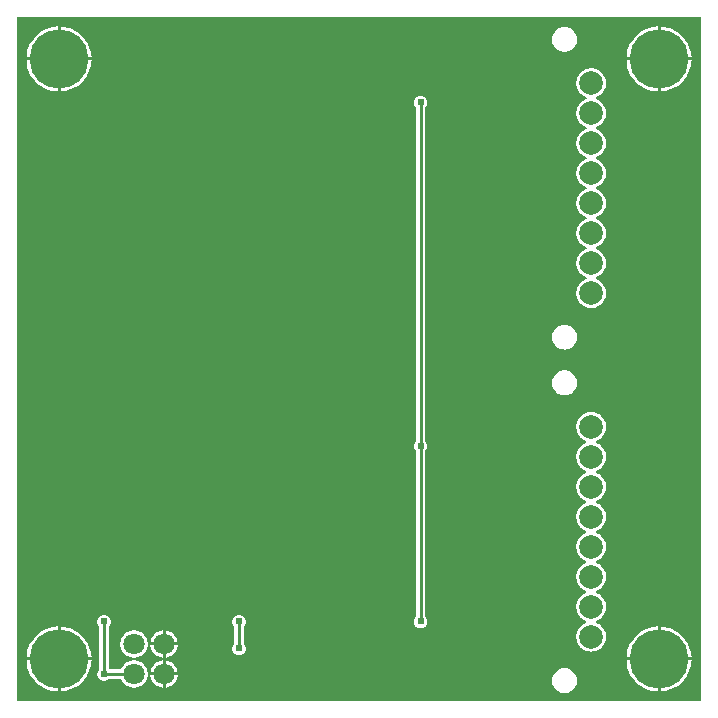
<source format=gbl>
G04 Layer: BottomLayer*
G04 Panelize: , Column: 2, Row: 2, Board Size: 58.42mm x 58.42mm, Panelized Board Size: 118.84mm x 118.84mm*
G04 EasyEDA v6.5.34, 2023-09-06 22:34:46*
G04 a2432957869647e6a6caa226728471f4,5a6b42c53f6a479593ecc07194224c93,10*
G04 Gerber Generator version 0.2*
G04 Scale: 100 percent, Rotated: No, Reflected: No *
G04 Dimensions in millimeters *
G04 leading zeros omitted , absolute positions ,4 integer and 5 decimal *
%FSLAX45Y45*%
%MOMM*%

%ADD10C,0.2540*%
%ADD11C,5.0000*%
%ADD12C,2.0000*%
%ADD13C,1.8000*%
%ADD14C,0.6096*%
%ADD15C,0.0122*%

%LPD*%
G36*
X36068Y25908D02*
G01*
X32156Y26670D01*
X28905Y28905D01*
X26670Y32156D01*
X25908Y36068D01*
X25908Y5805932D01*
X26670Y5809792D01*
X28905Y5813094D01*
X32156Y5815330D01*
X36068Y5816092D01*
X5805932Y5815584D01*
X5809843Y5814822D01*
X5813094Y5812637D01*
X5815330Y5809335D01*
X5816092Y5805424D01*
X5816092Y36068D01*
X5815330Y32156D01*
X5813094Y28905D01*
X5809843Y26670D01*
X5805932Y25908D01*
G37*

%LPC*%
G36*
X4660900Y5521604D02*
G01*
X4674717Y5522518D01*
X4688281Y5525211D01*
X4701438Y5529681D01*
X4713833Y5535777D01*
X4725365Y5543499D01*
X4735779Y5552643D01*
X4744923Y5563057D01*
X4752594Y5574538D01*
X4758740Y5586984D01*
X4763160Y5600090D01*
X4765903Y5613654D01*
X4766767Y5627471D01*
X4765903Y5641340D01*
X4763160Y5654903D01*
X4758740Y5668010D01*
X4752594Y5680456D01*
X4744923Y5691936D01*
X4735779Y5702350D01*
X4725365Y5711494D01*
X4713833Y5719216D01*
X4701438Y5725312D01*
X4688281Y5729782D01*
X4674717Y5732475D01*
X4660900Y5733389D01*
X4647082Y5732475D01*
X4633518Y5729782D01*
X4620361Y5725312D01*
X4607966Y5719216D01*
X4596434Y5711494D01*
X4586020Y5702350D01*
X4576876Y5691936D01*
X4569206Y5680456D01*
X4563059Y5668010D01*
X4558639Y5654903D01*
X4555896Y5641340D01*
X4555032Y5627471D01*
X4555896Y5613654D01*
X4558639Y5600090D01*
X4563059Y5586984D01*
X4569206Y5574538D01*
X4576876Y5563057D01*
X4586020Y5552643D01*
X4596434Y5543499D01*
X4607966Y5535777D01*
X4620361Y5529681D01*
X4633518Y5525211D01*
X4647082Y5522518D01*
G37*
G36*
X368300Y105562D02*
G01*
X368300Y368300D01*
X105664Y368300D01*
X106070Y357936D01*
X108966Y334975D01*
X113792Y312369D01*
X120446Y290271D01*
X128981Y268782D01*
X139242Y248107D01*
X151180Y228295D01*
X164795Y209600D01*
X179882Y192125D01*
X196392Y175971D01*
X214172Y161239D01*
X233171Y148031D01*
X253187Y136499D01*
X274066Y126644D01*
X295757Y118618D01*
X318008Y112369D01*
X340715Y108051D01*
X363677Y105664D01*
G37*
G36*
X5448300Y105562D02*
G01*
X5448300Y368300D01*
X5185664Y368300D01*
X5186070Y357936D01*
X5188966Y334975D01*
X5193792Y312369D01*
X5200446Y290271D01*
X5208981Y268782D01*
X5219242Y248107D01*
X5231180Y228295D01*
X5244795Y209600D01*
X5259882Y192125D01*
X5276392Y175971D01*
X5294172Y161239D01*
X5313172Y148031D01*
X5333187Y136499D01*
X5354066Y126644D01*
X5375757Y118618D01*
X5398008Y112369D01*
X5420715Y108051D01*
X5443677Y105664D01*
G37*
G36*
X5473700Y105613D02*
G01*
X5489854Y106629D01*
X5512714Y109982D01*
X5535218Y115265D01*
X5557164Y122428D01*
X5578500Y131368D01*
X5598972Y142087D01*
X5618480Y154432D01*
X5636869Y168402D01*
X5654040Y183896D01*
X5669838Y200710D01*
X5684215Y218846D01*
X5697016Y238099D01*
X5708142Y258317D01*
X5717540Y279450D01*
X5725109Y301244D01*
X5730849Y323646D01*
X5734710Y346405D01*
X5736590Y368300D01*
X5473700Y368300D01*
G37*
G36*
X393700Y105613D02*
G01*
X409854Y106629D01*
X432714Y109982D01*
X455218Y115265D01*
X477164Y122428D01*
X498500Y131368D01*
X518972Y142087D01*
X538480Y154432D01*
X556869Y168402D01*
X574040Y183896D01*
X589838Y200710D01*
X604215Y218846D01*
X617016Y238099D01*
X628142Y258317D01*
X637540Y279450D01*
X645109Y301244D01*
X650849Y323646D01*
X654710Y346405D01*
X656590Y368300D01*
X393700Y368300D01*
G37*
G36*
X1008735Y138328D02*
G01*
X1023264Y138328D01*
X1037691Y140157D01*
X1051814Y143764D01*
X1065326Y149148D01*
X1078077Y156159D01*
X1089863Y164693D01*
X1100480Y174650D01*
X1109776Y185877D01*
X1117549Y198170D01*
X1123746Y211328D01*
X1128268Y225196D01*
X1130960Y239471D01*
X1131874Y254000D01*
X1130960Y268528D01*
X1128268Y282803D01*
X1123746Y296672D01*
X1117549Y309829D01*
X1109776Y322122D01*
X1100480Y333349D01*
X1089863Y343306D01*
X1078077Y351840D01*
X1065326Y358851D01*
X1051814Y364236D01*
X1037691Y367842D01*
X1023264Y369671D01*
X1008735Y369671D01*
X994308Y367842D01*
X980186Y364236D01*
X966673Y358851D01*
X953922Y351840D01*
X942136Y343306D01*
X931519Y333349D01*
X922223Y322122D01*
X914450Y309829D01*
X909066Y298450D01*
X906830Y295351D01*
X903630Y293319D01*
X899871Y292608D01*
X810768Y292608D01*
X806856Y293370D01*
X803605Y295605D01*
X801370Y298856D01*
X800608Y302768D01*
X800608Y653491D01*
X801370Y657402D01*
X803605Y660704D01*
X805180Y662279D01*
X810818Y670306D01*
X814933Y679246D01*
X817473Y688695D01*
X818337Y698500D01*
X817473Y708304D01*
X814933Y717753D01*
X810818Y726694D01*
X805180Y734720D01*
X798220Y741680D01*
X790194Y747318D01*
X781253Y751433D01*
X771804Y753973D01*
X762000Y754837D01*
X752195Y753973D01*
X742746Y751433D01*
X733806Y747318D01*
X725779Y741680D01*
X718820Y734720D01*
X713181Y726694D01*
X709066Y717753D01*
X706526Y708304D01*
X705662Y698500D01*
X706526Y688695D01*
X709066Y679246D01*
X713181Y670306D01*
X718820Y662279D01*
X720394Y660704D01*
X722630Y657402D01*
X723392Y653491D01*
X723392Y299008D01*
X722630Y295097D01*
X720394Y291795D01*
X718820Y290220D01*
X713181Y282194D01*
X709066Y273253D01*
X706526Y263804D01*
X705662Y254000D01*
X706526Y244195D01*
X709066Y234746D01*
X713181Y225806D01*
X718820Y217779D01*
X725779Y210820D01*
X733806Y205181D01*
X742746Y201066D01*
X752195Y198526D01*
X762000Y197662D01*
X771804Y198526D01*
X781253Y201066D01*
X790194Y205181D01*
X798220Y210820D01*
X799795Y212394D01*
X803097Y214629D01*
X807008Y215392D01*
X899871Y215392D01*
X903630Y214680D01*
X906830Y212648D01*
X909066Y209550D01*
X914450Y198170D01*
X922223Y185877D01*
X931519Y174650D01*
X942136Y164693D01*
X953922Y156159D01*
X966673Y149148D01*
X980186Y143764D01*
X994308Y140157D01*
G37*
G36*
X1257300Y139039D02*
G01*
X1257300Y241300D01*
X1154887Y241300D01*
X1155039Y239471D01*
X1157732Y225196D01*
X1162253Y211328D01*
X1168450Y198170D01*
X1176223Y185877D01*
X1185519Y174650D01*
X1196136Y164693D01*
X1207922Y156159D01*
X1220673Y149148D01*
X1234186Y143764D01*
X1248308Y140157D01*
G37*
G36*
X1282700Y139039D02*
G01*
X1291691Y140157D01*
X1305814Y143764D01*
X1319326Y149148D01*
X1332077Y156159D01*
X1343863Y164693D01*
X1354480Y174650D01*
X1363776Y185877D01*
X1371549Y198170D01*
X1377746Y211328D01*
X1382268Y225196D01*
X1384960Y239471D01*
X1385112Y241300D01*
X1282700Y241300D01*
G37*
G36*
X393700Y5473700D02*
G01*
X656590Y5473700D01*
X654710Y5495594D01*
X650849Y5518353D01*
X645109Y5540756D01*
X637540Y5562549D01*
X628142Y5583682D01*
X617016Y5603900D01*
X604215Y5623153D01*
X589838Y5641289D01*
X574040Y5658104D01*
X556869Y5673598D01*
X538480Y5687568D01*
X518972Y5699912D01*
X498500Y5710631D01*
X477164Y5719572D01*
X455218Y5726734D01*
X432714Y5732018D01*
X409854Y5735370D01*
X393700Y5736386D01*
G37*
G36*
X1154887Y266700D02*
G01*
X1257300Y266700D01*
X1257300Y368960D01*
X1248308Y367842D01*
X1234186Y364236D01*
X1220673Y358851D01*
X1207922Y351840D01*
X1196136Y343306D01*
X1185519Y333349D01*
X1176223Y322122D01*
X1168450Y309829D01*
X1162253Y296672D01*
X1157732Y282803D01*
X1155039Y268528D01*
G37*
G36*
X1282700Y266700D02*
G01*
X1385112Y266700D01*
X1384960Y268528D01*
X1382268Y282803D01*
X1377746Y296672D01*
X1371549Y309829D01*
X1363776Y322122D01*
X1354480Y333349D01*
X1343863Y343306D01*
X1332077Y351840D01*
X1319326Y358851D01*
X1305814Y364236D01*
X1291691Y367842D01*
X1282700Y368960D01*
G37*
G36*
X5473700Y5473700D02*
G01*
X5736590Y5473700D01*
X5734710Y5495594D01*
X5730849Y5518353D01*
X5725109Y5540756D01*
X5717540Y5562549D01*
X5708142Y5583682D01*
X5697016Y5603900D01*
X5684215Y5623153D01*
X5669838Y5641289D01*
X5654040Y5658104D01*
X5636869Y5673598D01*
X5618480Y5687568D01*
X5598972Y5699912D01*
X5578500Y5710631D01*
X5557164Y5719572D01*
X5535218Y5726734D01*
X5512714Y5732018D01*
X5489854Y5735370D01*
X5473700Y5736386D01*
G37*
G36*
X1008735Y392328D02*
G01*
X1023264Y392328D01*
X1037691Y394157D01*
X1051814Y397764D01*
X1065326Y403148D01*
X1078077Y410159D01*
X1089863Y418693D01*
X1100480Y428650D01*
X1109776Y439877D01*
X1117549Y452170D01*
X1123746Y465328D01*
X1128268Y479196D01*
X1130960Y493471D01*
X1131874Y508000D01*
X1130960Y522528D01*
X1128268Y536803D01*
X1123746Y550672D01*
X1117549Y563829D01*
X1109776Y576122D01*
X1100480Y587349D01*
X1089863Y597306D01*
X1078077Y605840D01*
X1065326Y612851D01*
X1051814Y618236D01*
X1037691Y621842D01*
X1023264Y623671D01*
X1008735Y623671D01*
X994308Y621842D01*
X980186Y618236D01*
X966673Y612851D01*
X953922Y605840D01*
X942136Y597306D01*
X931519Y587349D01*
X922223Y576122D01*
X914450Y563829D01*
X908253Y550672D01*
X903732Y536803D01*
X901039Y522528D01*
X900125Y508000D01*
X901039Y493471D01*
X903732Y479196D01*
X908253Y465328D01*
X914450Y452170D01*
X922223Y439877D01*
X931519Y428650D01*
X942136Y418693D01*
X953922Y410159D01*
X966673Y403148D01*
X980186Y397764D01*
X994308Y394157D01*
G37*
G36*
X1257300Y393039D02*
G01*
X1257300Y495300D01*
X1154887Y495300D01*
X1155039Y493471D01*
X1157732Y479196D01*
X1162253Y465328D01*
X1168450Y452170D01*
X1176223Y439877D01*
X1185519Y428650D01*
X1196136Y418693D01*
X1207922Y410159D01*
X1220673Y403148D01*
X1234186Y397764D01*
X1248308Y394157D01*
G37*
G36*
X1282700Y393039D02*
G01*
X1291691Y394157D01*
X1305814Y397764D01*
X1319326Y403148D01*
X1332077Y410159D01*
X1343863Y418693D01*
X1354480Y428650D01*
X1363776Y439877D01*
X1371549Y452170D01*
X1377746Y465328D01*
X1382268Y479196D01*
X1384960Y493471D01*
X1385112Y495300D01*
X1282700Y495300D01*
G37*
G36*
X105664Y393700D02*
G01*
X368300Y393700D01*
X368300Y656437D01*
X363677Y656336D01*
X340715Y653948D01*
X318008Y649630D01*
X295757Y643382D01*
X274066Y635355D01*
X253187Y625500D01*
X233171Y613968D01*
X214172Y600760D01*
X196392Y586028D01*
X179882Y569874D01*
X164795Y552348D01*
X151180Y533704D01*
X139242Y513892D01*
X128981Y493217D01*
X120446Y471728D01*
X113792Y449630D01*
X108966Y427024D01*
X106070Y404063D01*
G37*
G36*
X5185664Y393700D02*
G01*
X5448300Y393700D01*
X5448300Y656437D01*
X5443677Y656336D01*
X5420715Y653948D01*
X5398008Y649630D01*
X5375757Y643382D01*
X5354066Y635355D01*
X5333187Y625500D01*
X5313172Y613968D01*
X5294172Y600760D01*
X5276392Y586028D01*
X5259882Y569874D01*
X5244795Y552348D01*
X5231180Y533704D01*
X5219242Y513892D01*
X5208981Y493217D01*
X5200446Y471728D01*
X5193792Y449630D01*
X5188966Y427024D01*
X5186070Y404063D01*
G37*
G36*
X4660900Y92100D02*
G01*
X4674717Y93014D01*
X4688281Y95707D01*
X4701438Y100177D01*
X4713833Y106273D01*
X4725365Y113995D01*
X4735779Y123139D01*
X4744923Y133553D01*
X4752594Y145034D01*
X4758740Y157480D01*
X4763160Y170586D01*
X4765903Y184150D01*
X4766767Y197967D01*
X4765903Y211836D01*
X4763160Y225399D01*
X4758740Y238506D01*
X4752594Y250952D01*
X4744923Y262432D01*
X4735779Y272846D01*
X4725365Y281990D01*
X4713833Y289712D01*
X4701438Y295808D01*
X4688281Y300278D01*
X4674717Y302971D01*
X4660900Y303885D01*
X4647082Y302971D01*
X4633518Y300278D01*
X4620361Y295808D01*
X4607966Y289712D01*
X4596434Y281990D01*
X4586020Y272846D01*
X4576876Y262432D01*
X4569206Y250952D01*
X4563059Y238506D01*
X4558639Y225399D01*
X4555896Y211836D01*
X4555032Y197967D01*
X4555896Y184150D01*
X4558639Y170586D01*
X4563059Y157480D01*
X4569206Y145034D01*
X4576876Y133553D01*
X4586020Y123139D01*
X4596434Y113995D01*
X4607966Y106273D01*
X4620361Y100177D01*
X4633518Y95707D01*
X4647082Y93014D01*
G37*
G36*
X393700Y393700D02*
G01*
X656590Y393700D01*
X654710Y415594D01*
X650849Y438353D01*
X645109Y460756D01*
X637540Y482549D01*
X628142Y503682D01*
X617016Y523900D01*
X604215Y543153D01*
X589838Y561289D01*
X574040Y578104D01*
X556869Y593598D01*
X538480Y607568D01*
X518972Y619912D01*
X498500Y630631D01*
X477164Y639572D01*
X455218Y646734D01*
X432714Y652018D01*
X409854Y655370D01*
X393700Y656386D01*
G37*
G36*
X1905000Y413562D02*
G01*
X1914804Y414426D01*
X1924253Y416966D01*
X1933193Y421081D01*
X1941220Y426720D01*
X1948180Y433679D01*
X1953818Y441706D01*
X1957933Y450646D01*
X1960473Y460095D01*
X1961337Y469900D01*
X1960473Y479704D01*
X1957933Y489153D01*
X1953818Y498093D01*
X1948180Y506120D01*
X1946605Y507695D01*
X1944370Y510997D01*
X1943607Y514908D01*
X1943607Y653491D01*
X1944370Y657402D01*
X1946605Y660704D01*
X1948180Y662279D01*
X1953818Y670306D01*
X1957933Y679246D01*
X1960473Y688695D01*
X1961337Y698500D01*
X1960473Y708304D01*
X1957933Y717753D01*
X1953818Y726694D01*
X1948180Y734720D01*
X1941220Y741680D01*
X1933193Y747318D01*
X1924253Y751433D01*
X1914804Y753973D01*
X1905000Y754837D01*
X1895195Y753973D01*
X1885746Y751433D01*
X1876806Y747318D01*
X1868779Y741680D01*
X1861820Y734720D01*
X1856181Y726694D01*
X1852066Y717753D01*
X1849526Y708304D01*
X1848662Y698500D01*
X1849526Y688695D01*
X1852066Y679246D01*
X1856181Y670306D01*
X1861820Y662279D01*
X1863394Y660704D01*
X1865630Y657402D01*
X1866392Y653491D01*
X1866392Y514908D01*
X1865630Y510997D01*
X1863394Y507695D01*
X1861820Y506120D01*
X1856181Y498093D01*
X1852066Y489153D01*
X1849526Y479704D01*
X1848662Y469900D01*
X1849526Y460095D01*
X1852066Y450646D01*
X1856181Y441706D01*
X1861820Y433679D01*
X1868779Y426720D01*
X1876806Y421081D01*
X1885746Y416966D01*
X1895195Y414426D01*
G37*
G36*
X4885893Y443738D02*
G01*
X4901082Y444652D01*
X4916017Y447395D01*
X4930546Y451916D01*
X4944414Y458114D01*
X4957419Y465988D01*
X4969408Y475386D01*
X4980127Y486105D01*
X4989525Y498093D01*
X4997399Y511098D01*
X5003596Y524967D01*
X5008118Y539496D01*
X5010861Y554431D01*
X5011775Y569620D01*
X5010861Y584758D01*
X5008118Y599744D01*
X5003596Y614222D01*
X4997399Y628091D01*
X4989525Y641096D01*
X4980127Y653084D01*
X4969408Y663854D01*
X4957419Y673201D01*
X4944414Y681075D01*
X4930495Y687324D01*
X4927346Y689559D01*
X4925212Y692810D01*
X4924501Y696620D01*
X4925212Y700379D01*
X4927346Y703630D01*
X4930495Y705866D01*
X4944414Y712114D01*
X4957419Y719988D01*
X4969408Y729386D01*
X4980127Y740105D01*
X4989525Y752094D01*
X4997399Y765098D01*
X5003596Y778967D01*
X5008118Y793496D01*
X5010861Y808431D01*
X5011775Y823620D01*
X5010861Y838758D01*
X5008118Y853744D01*
X5003596Y868222D01*
X4997399Y882091D01*
X4989525Y895096D01*
X4980127Y907084D01*
X4969408Y917854D01*
X4957419Y927201D01*
X4944414Y935075D01*
X4930495Y941324D01*
X4927346Y943559D01*
X4925212Y946810D01*
X4924501Y950620D01*
X4925212Y954379D01*
X4927346Y957630D01*
X4930495Y959866D01*
X4944414Y966114D01*
X4957419Y973988D01*
X4969408Y983386D01*
X4980127Y994105D01*
X4989525Y1006094D01*
X4997399Y1019098D01*
X5003596Y1032967D01*
X5008118Y1047496D01*
X5010861Y1062431D01*
X5011775Y1077620D01*
X5010861Y1092758D01*
X5008118Y1107744D01*
X5003596Y1122222D01*
X4997399Y1136091D01*
X4989525Y1149096D01*
X4980127Y1161084D01*
X4969408Y1171854D01*
X4957419Y1181201D01*
X4944414Y1189075D01*
X4930495Y1195324D01*
X4927346Y1197559D01*
X4925212Y1200810D01*
X4924501Y1204620D01*
X4925212Y1208379D01*
X4927346Y1211630D01*
X4930495Y1213866D01*
X4944414Y1220114D01*
X4957419Y1227988D01*
X4969408Y1237386D01*
X4980127Y1248105D01*
X4989525Y1260094D01*
X4997399Y1273098D01*
X5003596Y1286967D01*
X5008118Y1301496D01*
X5010861Y1316431D01*
X5011775Y1331620D01*
X5010861Y1346758D01*
X5008118Y1361744D01*
X5003596Y1376222D01*
X4997399Y1390091D01*
X4989525Y1403096D01*
X4980127Y1415084D01*
X4969408Y1425854D01*
X4957419Y1435201D01*
X4944414Y1443075D01*
X4930495Y1449324D01*
X4927346Y1451559D01*
X4925212Y1454810D01*
X4924501Y1458620D01*
X4925212Y1462379D01*
X4927346Y1465630D01*
X4930495Y1467866D01*
X4944414Y1474114D01*
X4957419Y1481988D01*
X4969408Y1491386D01*
X4980127Y1502105D01*
X4989525Y1514094D01*
X4997399Y1527098D01*
X5003596Y1540967D01*
X5008118Y1555496D01*
X5010861Y1570431D01*
X5011775Y1585620D01*
X5010861Y1600758D01*
X5008118Y1615744D01*
X5003596Y1630222D01*
X4997399Y1644091D01*
X4989525Y1657096D01*
X4980127Y1669084D01*
X4969408Y1679854D01*
X4957419Y1689201D01*
X4944414Y1697075D01*
X4930495Y1703324D01*
X4927346Y1705559D01*
X4925212Y1708810D01*
X4924501Y1712620D01*
X4925212Y1716379D01*
X4927346Y1719630D01*
X4930495Y1721866D01*
X4944414Y1728114D01*
X4957419Y1735988D01*
X4969408Y1745386D01*
X4980127Y1756105D01*
X4989525Y1768093D01*
X4997399Y1781098D01*
X5003596Y1794967D01*
X5008118Y1809496D01*
X5010861Y1824431D01*
X5011775Y1839620D01*
X5010861Y1854758D01*
X5008118Y1869744D01*
X5003596Y1884222D01*
X4997399Y1898091D01*
X4989525Y1911096D01*
X4980127Y1923084D01*
X4969408Y1933854D01*
X4957419Y1943201D01*
X4944414Y1951075D01*
X4930495Y1957324D01*
X4927346Y1959559D01*
X4925212Y1962810D01*
X4924501Y1966620D01*
X4925212Y1970379D01*
X4927346Y1973630D01*
X4930495Y1975866D01*
X4944414Y1982114D01*
X4957419Y1989988D01*
X4969408Y1999386D01*
X4980127Y2010105D01*
X4989525Y2022093D01*
X4997399Y2035098D01*
X5003596Y2048967D01*
X5008118Y2063496D01*
X5010861Y2078431D01*
X5011775Y2093620D01*
X5010861Y2108758D01*
X5008118Y2123744D01*
X5003596Y2138222D01*
X4997399Y2152091D01*
X4989525Y2165096D01*
X4980127Y2177084D01*
X4969408Y2187854D01*
X4957419Y2197201D01*
X4944414Y2205075D01*
X4930495Y2211324D01*
X4927346Y2213559D01*
X4925212Y2216810D01*
X4924501Y2220620D01*
X4925212Y2224379D01*
X4927346Y2227630D01*
X4930495Y2229866D01*
X4944414Y2236114D01*
X4957419Y2243988D01*
X4969408Y2253386D01*
X4980127Y2264105D01*
X4989525Y2276094D01*
X4997399Y2289098D01*
X5003596Y2302967D01*
X5008118Y2317496D01*
X5010861Y2332431D01*
X5011775Y2347620D01*
X5010861Y2362758D01*
X5008118Y2377744D01*
X5003596Y2392222D01*
X4997399Y2406091D01*
X4989525Y2419096D01*
X4980127Y2431084D01*
X4969408Y2441854D01*
X4957419Y2451201D01*
X4944414Y2459075D01*
X4930546Y2465324D01*
X4916017Y2469845D01*
X4901082Y2472588D01*
X4885893Y2473502D01*
X4870754Y2472588D01*
X4855768Y2469845D01*
X4841290Y2465324D01*
X4827422Y2459075D01*
X4814417Y2451201D01*
X4802428Y2441854D01*
X4791659Y2431084D01*
X4782312Y2419096D01*
X4774438Y2406091D01*
X4768189Y2392222D01*
X4763668Y2377744D01*
X4760925Y2362758D01*
X4760010Y2347620D01*
X4760925Y2332431D01*
X4763668Y2317496D01*
X4768189Y2302967D01*
X4774438Y2289098D01*
X4782312Y2276094D01*
X4791659Y2264105D01*
X4802428Y2253386D01*
X4814417Y2243988D01*
X4827422Y2236114D01*
X4841341Y2229866D01*
X4844491Y2227630D01*
X4846574Y2224379D01*
X4847336Y2220620D01*
X4846574Y2216810D01*
X4844491Y2213559D01*
X4841341Y2211324D01*
X4827422Y2205075D01*
X4814417Y2197201D01*
X4802428Y2187854D01*
X4791659Y2177084D01*
X4782312Y2165096D01*
X4774438Y2152091D01*
X4768189Y2138222D01*
X4763668Y2123744D01*
X4760925Y2108758D01*
X4760010Y2093620D01*
X4760925Y2078431D01*
X4763668Y2063496D01*
X4768189Y2048967D01*
X4774438Y2035098D01*
X4782312Y2022093D01*
X4791659Y2010105D01*
X4802428Y1999386D01*
X4814417Y1989988D01*
X4827422Y1982114D01*
X4841341Y1975866D01*
X4844491Y1973630D01*
X4846574Y1970379D01*
X4847336Y1966620D01*
X4846574Y1962810D01*
X4844491Y1959559D01*
X4841341Y1957324D01*
X4827422Y1951075D01*
X4814417Y1943201D01*
X4802428Y1933854D01*
X4791659Y1923084D01*
X4782312Y1911096D01*
X4774438Y1898091D01*
X4768189Y1884222D01*
X4763668Y1869744D01*
X4760925Y1854758D01*
X4760010Y1839620D01*
X4760925Y1824431D01*
X4763668Y1809496D01*
X4768189Y1794967D01*
X4774438Y1781098D01*
X4782312Y1768093D01*
X4791659Y1756105D01*
X4802428Y1745386D01*
X4814417Y1735988D01*
X4827422Y1728114D01*
X4841341Y1721866D01*
X4844491Y1719630D01*
X4846574Y1716379D01*
X4847336Y1712620D01*
X4846574Y1708810D01*
X4844491Y1705559D01*
X4841341Y1703324D01*
X4827422Y1697075D01*
X4814417Y1689201D01*
X4802428Y1679854D01*
X4791659Y1669084D01*
X4782312Y1657096D01*
X4774438Y1644091D01*
X4768189Y1630222D01*
X4763668Y1615744D01*
X4760925Y1600758D01*
X4760010Y1585620D01*
X4760925Y1570431D01*
X4763668Y1555496D01*
X4768189Y1540967D01*
X4774438Y1527098D01*
X4782312Y1514094D01*
X4791659Y1502105D01*
X4802428Y1491386D01*
X4814417Y1481988D01*
X4827422Y1474114D01*
X4841341Y1467866D01*
X4844491Y1465630D01*
X4846574Y1462379D01*
X4847336Y1458620D01*
X4846574Y1454810D01*
X4844491Y1451559D01*
X4841341Y1449324D01*
X4827422Y1443075D01*
X4814417Y1435201D01*
X4802428Y1425854D01*
X4791659Y1415084D01*
X4782312Y1403096D01*
X4774438Y1390091D01*
X4768189Y1376222D01*
X4763668Y1361744D01*
X4760925Y1346758D01*
X4760010Y1331620D01*
X4760925Y1316431D01*
X4763668Y1301496D01*
X4768189Y1286967D01*
X4774438Y1273098D01*
X4782312Y1260094D01*
X4791659Y1248105D01*
X4802428Y1237386D01*
X4814417Y1227988D01*
X4827422Y1220114D01*
X4841341Y1213866D01*
X4844491Y1211630D01*
X4846574Y1208379D01*
X4847336Y1204620D01*
X4846574Y1200810D01*
X4844491Y1197559D01*
X4841341Y1195324D01*
X4827422Y1189075D01*
X4814417Y1181201D01*
X4802428Y1171854D01*
X4791659Y1161084D01*
X4782312Y1149096D01*
X4774438Y1136091D01*
X4768189Y1122222D01*
X4763668Y1107744D01*
X4760925Y1092758D01*
X4760010Y1077620D01*
X4760925Y1062431D01*
X4763668Y1047496D01*
X4768189Y1032967D01*
X4774438Y1019098D01*
X4782312Y1006094D01*
X4791659Y994105D01*
X4802428Y983386D01*
X4814417Y973988D01*
X4827422Y966114D01*
X4841341Y959866D01*
X4844491Y957630D01*
X4846574Y954379D01*
X4847336Y950620D01*
X4846574Y946810D01*
X4844491Y943559D01*
X4841341Y941324D01*
X4827422Y935075D01*
X4814417Y927201D01*
X4802428Y917854D01*
X4791659Y907084D01*
X4782312Y895096D01*
X4774438Y882091D01*
X4768189Y868222D01*
X4763668Y853744D01*
X4760925Y838758D01*
X4760010Y823620D01*
X4760925Y808431D01*
X4763668Y793496D01*
X4768189Y778967D01*
X4774438Y765098D01*
X4782312Y752094D01*
X4791659Y740105D01*
X4802428Y729386D01*
X4814417Y719988D01*
X4827422Y712114D01*
X4841341Y705866D01*
X4844491Y703630D01*
X4846574Y700379D01*
X4847336Y696620D01*
X4846574Y692810D01*
X4844491Y689559D01*
X4841341Y687324D01*
X4827422Y681075D01*
X4814417Y673201D01*
X4802428Y663854D01*
X4791659Y653084D01*
X4782312Y641096D01*
X4774438Y628091D01*
X4768189Y614222D01*
X4763668Y599744D01*
X4760925Y584758D01*
X4760010Y569620D01*
X4760925Y554431D01*
X4763668Y539496D01*
X4768189Y524967D01*
X4774438Y511098D01*
X4782312Y498093D01*
X4791659Y486105D01*
X4802428Y475386D01*
X4814417Y465988D01*
X4827422Y458114D01*
X4841290Y451916D01*
X4855768Y447395D01*
X4870754Y444652D01*
G37*
G36*
X1154887Y520700D02*
G01*
X1257300Y520700D01*
X1257300Y622960D01*
X1248308Y621842D01*
X1234186Y618236D01*
X1220673Y612851D01*
X1207922Y605840D01*
X1196136Y597306D01*
X1185519Y587349D01*
X1176223Y576122D01*
X1168450Y563829D01*
X1162253Y550672D01*
X1157732Y536803D01*
X1155039Y522528D01*
G37*
G36*
X1282700Y520700D02*
G01*
X1385112Y520700D01*
X1384960Y522528D01*
X1382268Y536803D01*
X1377746Y550672D01*
X1371549Y563829D01*
X1363776Y576122D01*
X1354480Y587349D01*
X1343863Y597306D01*
X1332077Y605840D01*
X1319326Y612851D01*
X1305814Y618236D01*
X1291691Y621842D01*
X1282700Y622960D01*
G37*
G36*
X3441700Y642162D02*
G01*
X3451504Y643026D01*
X3460953Y645566D01*
X3469894Y649681D01*
X3477920Y655320D01*
X3484879Y662279D01*
X3490518Y670306D01*
X3494633Y679246D01*
X3497173Y688695D01*
X3498037Y698500D01*
X3497173Y708304D01*
X3494633Y717753D01*
X3490518Y726694D01*
X3484879Y734720D01*
X3483305Y736295D01*
X3481070Y739597D01*
X3480308Y743508D01*
X3480308Y2139391D01*
X3481070Y2143302D01*
X3483305Y2146604D01*
X3484879Y2148179D01*
X3490518Y2156206D01*
X3494633Y2165146D01*
X3497173Y2174595D01*
X3498037Y2184400D01*
X3497173Y2194204D01*
X3494633Y2203653D01*
X3490518Y2212594D01*
X3484879Y2220620D01*
X3483305Y2222195D01*
X3481070Y2225497D01*
X3480308Y2229408D01*
X3480308Y5047691D01*
X3481070Y5051602D01*
X3483305Y5054904D01*
X3484879Y5056479D01*
X3490518Y5064506D01*
X3494633Y5073446D01*
X3497173Y5082895D01*
X3498037Y5092700D01*
X3497173Y5102504D01*
X3494633Y5111953D01*
X3490518Y5120894D01*
X3484879Y5128920D01*
X3477920Y5135880D01*
X3469894Y5141518D01*
X3460953Y5145633D01*
X3451504Y5148173D01*
X3441700Y5149037D01*
X3431895Y5148173D01*
X3422446Y5145633D01*
X3413506Y5141518D01*
X3405479Y5135880D01*
X3398520Y5128920D01*
X3392881Y5120894D01*
X3388766Y5111953D01*
X3386226Y5102504D01*
X3385362Y5092700D01*
X3386226Y5082895D01*
X3388766Y5073446D01*
X3392881Y5064506D01*
X3398520Y5056479D01*
X3400094Y5054904D01*
X3402329Y5051602D01*
X3403092Y5047691D01*
X3403092Y2229408D01*
X3402329Y2225497D01*
X3400094Y2222195D01*
X3398520Y2220620D01*
X3392881Y2212594D01*
X3388766Y2203653D01*
X3386226Y2194204D01*
X3385362Y2184400D01*
X3386226Y2174595D01*
X3388766Y2165146D01*
X3392881Y2156206D01*
X3398520Y2148179D01*
X3400094Y2146604D01*
X3402329Y2143302D01*
X3403092Y2139391D01*
X3403092Y743508D01*
X3402329Y739597D01*
X3400094Y736295D01*
X3398520Y734720D01*
X3392881Y726694D01*
X3388766Y717753D01*
X3386226Y708304D01*
X3385362Y698500D01*
X3386226Y688695D01*
X3388766Y679246D01*
X3392881Y670306D01*
X3398520Y662279D01*
X3405479Y655320D01*
X3413506Y649681D01*
X3422446Y645566D01*
X3431895Y643026D01*
G37*
G36*
X4660900Y2613304D02*
G01*
X4674717Y2614218D01*
X4688281Y2616911D01*
X4701438Y2621381D01*
X4713833Y2627477D01*
X4725365Y2635199D01*
X4735779Y2644343D01*
X4744923Y2654757D01*
X4752594Y2666238D01*
X4758740Y2678684D01*
X4763160Y2691790D01*
X4765903Y2705354D01*
X4766767Y2719171D01*
X4765903Y2733040D01*
X4763160Y2746603D01*
X4758740Y2759710D01*
X4752594Y2772156D01*
X4744923Y2783636D01*
X4735779Y2794050D01*
X4725365Y2803194D01*
X4713833Y2810916D01*
X4701438Y2817012D01*
X4688281Y2821482D01*
X4674717Y2824175D01*
X4660900Y2825089D01*
X4647082Y2824175D01*
X4633518Y2821482D01*
X4620361Y2817012D01*
X4607966Y2810916D01*
X4596434Y2803194D01*
X4586020Y2794050D01*
X4576876Y2783636D01*
X4569206Y2772156D01*
X4563059Y2759710D01*
X4558639Y2746603D01*
X4555896Y2733040D01*
X4555032Y2719171D01*
X4555896Y2705354D01*
X4558639Y2691790D01*
X4563059Y2678684D01*
X4569206Y2666238D01*
X4576876Y2654757D01*
X4586020Y2644343D01*
X4596434Y2635199D01*
X4607966Y2627477D01*
X4620361Y2621381D01*
X4633518Y2616911D01*
X4647082Y2614218D01*
G37*
G36*
X4660900Y3000400D02*
G01*
X4674717Y3001314D01*
X4688281Y3004007D01*
X4701438Y3008477D01*
X4713833Y3014573D01*
X4725365Y3022295D01*
X4735779Y3031439D01*
X4744923Y3041853D01*
X4752594Y3053334D01*
X4758740Y3065780D01*
X4763160Y3078886D01*
X4765903Y3092450D01*
X4766767Y3106267D01*
X4765903Y3120136D01*
X4763160Y3133699D01*
X4758740Y3146806D01*
X4752594Y3159252D01*
X4744923Y3170732D01*
X4735779Y3181146D01*
X4725365Y3190290D01*
X4713833Y3198012D01*
X4701438Y3204108D01*
X4688281Y3208578D01*
X4674717Y3211271D01*
X4660900Y3212185D01*
X4647082Y3211271D01*
X4633518Y3208578D01*
X4620361Y3204108D01*
X4607966Y3198012D01*
X4596434Y3190290D01*
X4586020Y3181146D01*
X4576876Y3170732D01*
X4569206Y3159252D01*
X4563059Y3146806D01*
X4558639Y3133699D01*
X4555896Y3120136D01*
X4555032Y3106267D01*
X4555896Y3092450D01*
X4558639Y3078886D01*
X4563059Y3065780D01*
X4569206Y3053334D01*
X4576876Y3041853D01*
X4586020Y3031439D01*
X4596434Y3022295D01*
X4607966Y3014573D01*
X4620361Y3008477D01*
X4633518Y3004007D01*
X4647082Y3001314D01*
G37*
G36*
X4885893Y3351987D02*
G01*
X4901082Y3352901D01*
X4916017Y3355644D01*
X4930546Y3360165D01*
X4944414Y3366414D01*
X4957419Y3374288D01*
X4969357Y3383686D01*
X4980127Y3394405D01*
X4989474Y3406394D01*
X4997348Y3419398D01*
X5003596Y3433267D01*
X5008118Y3447745D01*
X5010861Y3462731D01*
X5011775Y3477869D01*
X5010861Y3493058D01*
X5008118Y3508044D01*
X5003596Y3522522D01*
X4997348Y3536391D01*
X4989474Y3549396D01*
X4980127Y3561384D01*
X4969357Y3572103D01*
X4957419Y3581501D01*
X4944414Y3589375D01*
X4930495Y3595624D01*
X4927295Y3597859D01*
X4925212Y3601110D01*
X4924501Y3604869D01*
X4925212Y3608679D01*
X4927295Y3611930D01*
X4930495Y3614165D01*
X4944414Y3620414D01*
X4957419Y3628288D01*
X4969357Y3637686D01*
X4980127Y3648405D01*
X4989474Y3660394D01*
X4997348Y3673398D01*
X5003596Y3687267D01*
X5008118Y3701745D01*
X5010861Y3716731D01*
X5011775Y3731869D01*
X5010861Y3747058D01*
X5008118Y3762044D01*
X5003596Y3776522D01*
X4997348Y3790391D01*
X4989474Y3803396D01*
X4980127Y3815384D01*
X4969357Y3826103D01*
X4957419Y3835501D01*
X4944414Y3843375D01*
X4930495Y3849624D01*
X4927295Y3851859D01*
X4925212Y3855110D01*
X4924501Y3858869D01*
X4925212Y3862679D01*
X4927295Y3865930D01*
X4930495Y3868165D01*
X4944414Y3874414D01*
X4957419Y3882288D01*
X4969357Y3891686D01*
X4980127Y3902405D01*
X4989474Y3914394D01*
X4997348Y3927398D01*
X5003596Y3941267D01*
X5008118Y3955745D01*
X5010861Y3970731D01*
X5011775Y3985869D01*
X5010861Y4001058D01*
X5008118Y4016044D01*
X5003596Y4030522D01*
X4997348Y4044391D01*
X4989474Y4057396D01*
X4980127Y4069384D01*
X4969357Y4080103D01*
X4957419Y4089501D01*
X4944414Y4097375D01*
X4930495Y4103624D01*
X4927295Y4105859D01*
X4925212Y4109110D01*
X4924501Y4112869D01*
X4925212Y4116679D01*
X4927295Y4119930D01*
X4930495Y4122165D01*
X4944414Y4128414D01*
X4957419Y4136288D01*
X4969357Y4145686D01*
X4980127Y4156405D01*
X4989474Y4168394D01*
X4997348Y4181398D01*
X5003596Y4195267D01*
X5008118Y4209745D01*
X5010861Y4224731D01*
X5011775Y4239869D01*
X5010861Y4255058D01*
X5008118Y4270044D01*
X5003596Y4284522D01*
X4997348Y4298391D01*
X4989474Y4311396D01*
X4980127Y4323384D01*
X4969357Y4334103D01*
X4957419Y4343501D01*
X4944414Y4351375D01*
X4930495Y4357624D01*
X4927295Y4359859D01*
X4925212Y4363110D01*
X4924501Y4366869D01*
X4925212Y4370679D01*
X4927295Y4373930D01*
X4930495Y4376166D01*
X4944414Y4382414D01*
X4957419Y4390288D01*
X4969357Y4399686D01*
X4980127Y4410405D01*
X4989474Y4422394D01*
X4997348Y4435398D01*
X5003596Y4449267D01*
X5008118Y4463745D01*
X5010861Y4478731D01*
X5011775Y4493869D01*
X5010861Y4509058D01*
X5008118Y4524044D01*
X5003596Y4538522D01*
X4997348Y4552391D01*
X4989474Y4565396D01*
X4980127Y4577384D01*
X4969357Y4588103D01*
X4957419Y4597501D01*
X4944414Y4605375D01*
X4930495Y4611624D01*
X4927295Y4613859D01*
X4925212Y4617110D01*
X4924501Y4620869D01*
X4925212Y4624679D01*
X4927295Y4627930D01*
X4930495Y4630166D01*
X4944414Y4636414D01*
X4957419Y4644288D01*
X4969357Y4653686D01*
X4980127Y4664405D01*
X4989474Y4676394D01*
X4997348Y4689398D01*
X5003596Y4703267D01*
X5008118Y4717745D01*
X5010861Y4732731D01*
X5011775Y4747869D01*
X5010861Y4763058D01*
X5008118Y4778044D01*
X5003596Y4792522D01*
X4997348Y4806391D01*
X4989474Y4819396D01*
X4980127Y4831384D01*
X4969357Y4842103D01*
X4957419Y4851501D01*
X4944414Y4859375D01*
X4930495Y4865624D01*
X4927295Y4867859D01*
X4925212Y4871110D01*
X4924501Y4874869D01*
X4925212Y4878679D01*
X4927295Y4881930D01*
X4930495Y4884166D01*
X4944414Y4890414D01*
X4957419Y4898288D01*
X4969357Y4907686D01*
X4980127Y4918405D01*
X4989474Y4930394D01*
X4997348Y4943398D01*
X5003596Y4957267D01*
X5008118Y4971745D01*
X5010861Y4986731D01*
X5011775Y5001869D01*
X5010861Y5017058D01*
X5008118Y5032044D01*
X5003596Y5046522D01*
X4997348Y5060391D01*
X4989474Y5073396D01*
X4980127Y5085384D01*
X4969357Y5096103D01*
X4957419Y5105501D01*
X4944414Y5113375D01*
X4930495Y5119624D01*
X4927295Y5121859D01*
X4925212Y5125110D01*
X4924501Y5128869D01*
X4925212Y5132679D01*
X4927295Y5135930D01*
X4930495Y5138166D01*
X4944414Y5144414D01*
X4957419Y5152288D01*
X4969357Y5161686D01*
X4980127Y5172405D01*
X4989474Y5184394D01*
X4997348Y5197398D01*
X5003596Y5211267D01*
X5008118Y5225745D01*
X5010861Y5240731D01*
X5011775Y5255869D01*
X5010861Y5271058D01*
X5008118Y5286044D01*
X5003596Y5300522D01*
X4997348Y5314391D01*
X4989474Y5327396D01*
X4980127Y5339384D01*
X4969357Y5350103D01*
X4957419Y5359501D01*
X4944414Y5367375D01*
X4930546Y5373624D01*
X4916017Y5378145D01*
X4901082Y5380888D01*
X4885893Y5381802D01*
X4870704Y5380888D01*
X4855768Y5378145D01*
X4841240Y5373624D01*
X4827371Y5367375D01*
X4814366Y5359501D01*
X4802428Y5350103D01*
X4791659Y5339384D01*
X4782312Y5327396D01*
X4774438Y5314391D01*
X4768189Y5300522D01*
X4763668Y5286044D01*
X4760925Y5271058D01*
X4760010Y5255869D01*
X4760925Y5240731D01*
X4763668Y5225745D01*
X4768189Y5211267D01*
X4774438Y5197398D01*
X4782312Y5184394D01*
X4791659Y5172405D01*
X4802428Y5161686D01*
X4814366Y5152288D01*
X4827371Y5144414D01*
X4841290Y5138166D01*
X4844491Y5135930D01*
X4846574Y5132679D01*
X4847285Y5128869D01*
X4846574Y5125110D01*
X4844491Y5121859D01*
X4841290Y5119624D01*
X4827371Y5113375D01*
X4814366Y5105501D01*
X4802428Y5096103D01*
X4791659Y5085384D01*
X4782312Y5073396D01*
X4774438Y5060391D01*
X4768189Y5046522D01*
X4763668Y5032044D01*
X4760925Y5017058D01*
X4760010Y5001869D01*
X4760925Y4986731D01*
X4763668Y4971745D01*
X4768189Y4957267D01*
X4774438Y4943398D01*
X4782312Y4930394D01*
X4791659Y4918405D01*
X4802428Y4907686D01*
X4814366Y4898288D01*
X4827371Y4890414D01*
X4841290Y4884166D01*
X4844491Y4881930D01*
X4846574Y4878679D01*
X4847285Y4874869D01*
X4846574Y4871110D01*
X4844491Y4867859D01*
X4841290Y4865624D01*
X4827371Y4859375D01*
X4814366Y4851501D01*
X4802428Y4842103D01*
X4791659Y4831384D01*
X4782312Y4819396D01*
X4774438Y4806391D01*
X4768189Y4792522D01*
X4763668Y4778044D01*
X4760925Y4763058D01*
X4760010Y4747869D01*
X4760925Y4732731D01*
X4763668Y4717745D01*
X4768189Y4703267D01*
X4774438Y4689398D01*
X4782312Y4676394D01*
X4791659Y4664405D01*
X4802428Y4653686D01*
X4814366Y4644288D01*
X4827371Y4636414D01*
X4841290Y4630166D01*
X4844491Y4627930D01*
X4846574Y4624679D01*
X4847285Y4620869D01*
X4846574Y4617110D01*
X4844491Y4613859D01*
X4841290Y4611624D01*
X4827371Y4605375D01*
X4814366Y4597501D01*
X4802428Y4588103D01*
X4791659Y4577384D01*
X4782312Y4565396D01*
X4774438Y4552391D01*
X4768189Y4538522D01*
X4763668Y4524044D01*
X4760925Y4509058D01*
X4760010Y4493869D01*
X4760925Y4478731D01*
X4763668Y4463745D01*
X4768189Y4449267D01*
X4774438Y4435398D01*
X4782312Y4422394D01*
X4791659Y4410405D01*
X4802428Y4399686D01*
X4814366Y4390288D01*
X4827371Y4382414D01*
X4841290Y4376166D01*
X4844491Y4373930D01*
X4846574Y4370679D01*
X4847285Y4366869D01*
X4846574Y4363110D01*
X4844491Y4359859D01*
X4841290Y4357624D01*
X4827371Y4351375D01*
X4814366Y4343501D01*
X4802428Y4334103D01*
X4791659Y4323384D01*
X4782312Y4311396D01*
X4774438Y4298391D01*
X4768189Y4284522D01*
X4763668Y4270044D01*
X4760925Y4255058D01*
X4760010Y4239869D01*
X4760925Y4224731D01*
X4763668Y4209745D01*
X4768189Y4195267D01*
X4774438Y4181398D01*
X4782312Y4168394D01*
X4791659Y4156405D01*
X4802428Y4145686D01*
X4814366Y4136288D01*
X4827371Y4128414D01*
X4841290Y4122165D01*
X4844491Y4119930D01*
X4846574Y4116679D01*
X4847285Y4112869D01*
X4846574Y4109110D01*
X4844491Y4105859D01*
X4841290Y4103624D01*
X4827371Y4097375D01*
X4814366Y4089501D01*
X4802428Y4080103D01*
X4791659Y4069384D01*
X4782312Y4057396D01*
X4774438Y4044391D01*
X4768189Y4030522D01*
X4763668Y4016044D01*
X4760925Y4001058D01*
X4760010Y3985869D01*
X4760925Y3970731D01*
X4763668Y3955745D01*
X4768189Y3941267D01*
X4774438Y3927398D01*
X4782312Y3914394D01*
X4791659Y3902405D01*
X4802428Y3891686D01*
X4814366Y3882288D01*
X4827371Y3874414D01*
X4841290Y3868165D01*
X4844491Y3865930D01*
X4846574Y3862679D01*
X4847285Y3858869D01*
X4846574Y3855110D01*
X4844491Y3851859D01*
X4841290Y3849624D01*
X4827371Y3843375D01*
X4814366Y3835501D01*
X4802428Y3826103D01*
X4791659Y3815384D01*
X4782312Y3803396D01*
X4774438Y3790391D01*
X4768189Y3776522D01*
X4763668Y3762044D01*
X4760925Y3747058D01*
X4760010Y3731869D01*
X4760925Y3716731D01*
X4763668Y3701745D01*
X4768189Y3687267D01*
X4774438Y3673398D01*
X4782312Y3660394D01*
X4791659Y3648405D01*
X4802428Y3637686D01*
X4814366Y3628288D01*
X4827371Y3620414D01*
X4841290Y3614165D01*
X4844491Y3611930D01*
X4846574Y3608679D01*
X4847285Y3604869D01*
X4846574Y3601110D01*
X4844491Y3597859D01*
X4841290Y3595624D01*
X4827371Y3589375D01*
X4814366Y3581501D01*
X4802428Y3572103D01*
X4791659Y3561384D01*
X4782312Y3549396D01*
X4774438Y3536391D01*
X4768189Y3522522D01*
X4763668Y3508044D01*
X4760925Y3493058D01*
X4760010Y3477869D01*
X4760925Y3462731D01*
X4763668Y3447745D01*
X4768189Y3433267D01*
X4774438Y3419398D01*
X4782312Y3406394D01*
X4791659Y3394405D01*
X4802428Y3383686D01*
X4814366Y3374288D01*
X4827371Y3366414D01*
X4841240Y3360165D01*
X4855768Y3355644D01*
X4870704Y3352901D01*
G37*
G36*
X5448300Y5185562D02*
G01*
X5448300Y5448300D01*
X5185664Y5448300D01*
X5186070Y5437936D01*
X5188966Y5414975D01*
X5193792Y5392369D01*
X5200446Y5370271D01*
X5208981Y5348782D01*
X5219242Y5328107D01*
X5231180Y5308295D01*
X5244795Y5289600D01*
X5259882Y5272125D01*
X5276392Y5255971D01*
X5294172Y5241239D01*
X5313172Y5228031D01*
X5333187Y5216499D01*
X5354066Y5206644D01*
X5375757Y5198618D01*
X5398008Y5192369D01*
X5420715Y5188051D01*
X5443677Y5185664D01*
G37*
G36*
X368300Y5185562D02*
G01*
X368300Y5448300D01*
X105664Y5448300D01*
X106070Y5437936D01*
X108966Y5414975D01*
X113792Y5392369D01*
X120446Y5370271D01*
X128981Y5348782D01*
X139242Y5328107D01*
X151180Y5308295D01*
X164795Y5289600D01*
X179882Y5272125D01*
X196392Y5255971D01*
X214172Y5241239D01*
X233171Y5228031D01*
X253187Y5216499D01*
X274066Y5206644D01*
X295757Y5198618D01*
X318008Y5192369D01*
X340715Y5188051D01*
X363677Y5185664D01*
G37*
G36*
X5473700Y5185613D02*
G01*
X5489854Y5186629D01*
X5512714Y5189982D01*
X5535218Y5195265D01*
X5557164Y5202428D01*
X5578500Y5211368D01*
X5598972Y5222087D01*
X5618480Y5234432D01*
X5636869Y5248402D01*
X5654040Y5263896D01*
X5669838Y5280710D01*
X5684215Y5298846D01*
X5697016Y5318099D01*
X5708142Y5338318D01*
X5717540Y5359450D01*
X5725109Y5381244D01*
X5730849Y5403646D01*
X5734710Y5426405D01*
X5736590Y5448300D01*
X5473700Y5448300D01*
G37*
G36*
X393700Y5185613D02*
G01*
X409854Y5186629D01*
X432714Y5189982D01*
X455218Y5195265D01*
X477164Y5202428D01*
X498500Y5211368D01*
X518972Y5222087D01*
X538480Y5234432D01*
X556869Y5248402D01*
X574040Y5263896D01*
X589838Y5280710D01*
X604215Y5298846D01*
X617016Y5318099D01*
X628142Y5338318D01*
X637540Y5359450D01*
X645109Y5381244D01*
X650849Y5403646D01*
X654710Y5426405D01*
X656590Y5448300D01*
X393700Y5448300D01*
G37*
G36*
X105664Y5473700D02*
G01*
X368300Y5473700D01*
X368300Y5736437D01*
X363677Y5736336D01*
X340715Y5733948D01*
X318008Y5729630D01*
X295757Y5723382D01*
X274066Y5715355D01*
X253187Y5705500D01*
X233171Y5693968D01*
X214172Y5680760D01*
X196392Y5666028D01*
X179882Y5649874D01*
X164795Y5632348D01*
X151180Y5613704D01*
X139242Y5593892D01*
X128981Y5573217D01*
X120446Y5551728D01*
X113792Y5529630D01*
X108966Y5507024D01*
X106070Y5484063D01*
G37*
G36*
X5185664Y5473700D02*
G01*
X5448300Y5473700D01*
X5448300Y5736437D01*
X5443677Y5736336D01*
X5420715Y5733948D01*
X5398008Y5729630D01*
X5375757Y5723382D01*
X5354066Y5715355D01*
X5333187Y5705500D01*
X5313172Y5693968D01*
X5294172Y5680760D01*
X5276392Y5666028D01*
X5259882Y5649874D01*
X5244795Y5632348D01*
X5231180Y5613704D01*
X5219242Y5593892D01*
X5208981Y5573217D01*
X5200446Y5551728D01*
X5193792Y5529630D01*
X5188966Y5507024D01*
X5186070Y5484063D01*
G37*
G36*
X5473700Y393700D02*
G01*
X5736590Y393700D01*
X5734710Y415594D01*
X5730849Y438353D01*
X5725109Y460756D01*
X5717540Y482549D01*
X5708142Y503682D01*
X5697016Y523900D01*
X5684215Y543153D01*
X5669838Y561289D01*
X5654040Y578104D01*
X5636869Y593598D01*
X5618480Y607568D01*
X5598972Y619912D01*
X5578500Y630631D01*
X5557164Y639572D01*
X5535218Y646734D01*
X5512714Y652018D01*
X5489854Y655370D01*
X5473700Y656386D01*
G37*

%LPD*%
D10*
X3441700Y2184400D02*
G01*
X3441700Y5092700D01*
X3441700Y698500D02*
G01*
X3441700Y2184400D01*
X1016000Y254000D02*
G01*
X762000Y254000D01*
X762012Y254000D02*
G01*
X762000Y254012D01*
X762000Y698500D01*
X1905000Y469900D02*
G01*
X1905000Y698500D01*
D11*
G01*
X5461000Y381000D03*
G01*
X381000Y381000D03*
G01*
X381000Y5461000D03*
G01*
X5461000Y5461000D03*
D12*
G01*
X4885893Y5255895D03*
G01*
X4885893Y5001895D03*
G01*
X4885893Y4747895D03*
G01*
X4885893Y4493895D03*
G01*
X4885893Y4239895D03*
G01*
X4885893Y3985895D03*
G01*
X4885893Y3731895D03*
G01*
X4885893Y3477895D03*
G01*
X4885918Y569595D03*
G01*
X4885918Y823595D03*
G01*
X4885918Y1077595D03*
G01*
X4885918Y1331595D03*
G01*
X4885918Y1585595D03*
G01*
X4885918Y1839595D03*
G01*
X4885918Y2093595D03*
G01*
X4885918Y2347595D03*
D13*
G01*
X1016000Y254000D03*
G01*
X1016000Y508000D03*
G01*
X1270000Y508000D03*
G01*
X1270000Y254000D03*
D14*
G01*
X762000Y698500D03*
G01*
X762000Y254000D03*
G01*
X1905000Y469900D03*
G01*
X1905000Y698500D03*
G01*
X3441700Y698500D03*
G01*
X3441700Y2184400D03*
G01*
X3441700Y5092700D03*
G01*
X3302000Y4559300D03*
G01*
X3302000Y4432300D03*
G01*
X3302000Y4305300D03*
G01*
X3302000Y4178300D03*
G01*
X3302000Y4051300D03*
G01*
X3302000Y3924300D03*
G01*
X3302000Y3797300D03*
G01*
X3302025Y1651000D03*
G01*
X3302025Y1524000D03*
G01*
X3302025Y1397000D03*
G01*
X3302025Y1270000D03*
G01*
X3302025Y1143000D03*
G01*
X3302025Y1016000D03*
G01*
X3302025Y889000D03*
M02*

</source>
